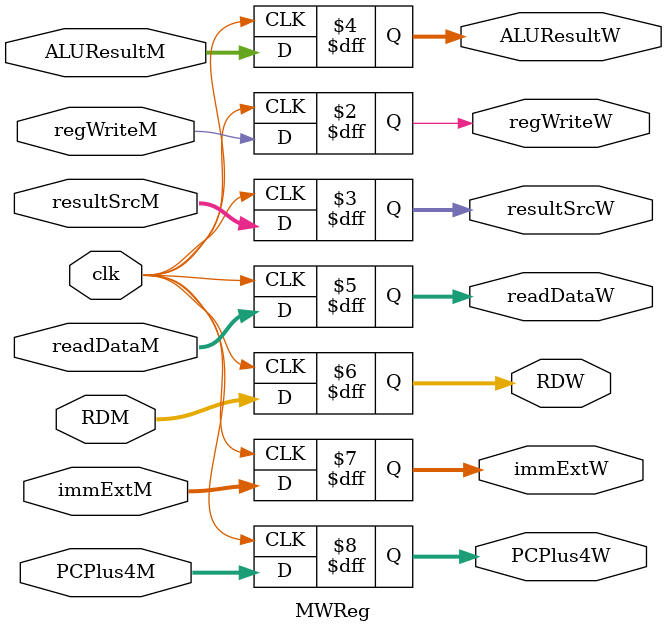
<source format=v>
module MWReg(clk, regWriteM, resultSrcM, ALUResultM, readDataM, RDM, immExtM, PCPlus4M, regWriteW, resultSrcW, ALUResultW, readDataW, RDW,
		immExtW, PCPlus4W);
	input clk;
	input regWriteM;
	input[1:0] resultSrcM;
	input[31:0] ALUResultM, readDataM;
	input[4:0] RDM;
	input[31:0] immExtM, PCPlus4M;
	
	output reg regWriteW;
	output reg[1:0] resultSrcW;
	output reg[31:0] ALUResultW, readDataW;
	output reg[4:0] RDW;
	output reg[31:0] immExtW, PCPlus4W;

	always@(posedge clk)
	begin
		{regWriteW, resultSrcW, ALUResultW, readDataW, RDW, immExtW, PCPlus4W} = {regWriteM, resultSrcM, ALUResultM, readDataM, RDM,
		immExtM, PCPlus4M};
	end

endmodule

</source>
